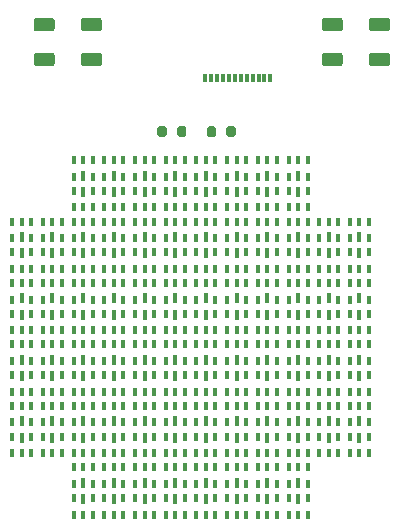
<source format=gbr>
G04 #@! TF.GenerationSoftware,KiCad,Pcbnew,(5.1.9-0-10_14)*
G04 #@! TF.CreationDate,2022-03-05T13:35:39-08:00*
G04 #@! TF.ProjectId,LED_array,4c45445f-6172-4726-9179-2e6b69636164,rev?*
G04 #@! TF.SameCoordinates,Original*
G04 #@! TF.FileFunction,Paste,Top*
G04 #@! TF.FilePolarity,Positive*
%FSLAX46Y46*%
G04 Gerber Fmt 4.6, Leading zero omitted, Abs format (unit mm)*
G04 Created by KiCad (PCBNEW (5.1.9-0-10_14)) date 2022-03-05 13:35:39*
%MOMM*%
%LPD*%
G01*
G04 APERTURE LIST*
%ADD10R,0.350000X0.700000*%
%ADD11R,0.450000X0.850000*%
%ADD12R,0.450000X0.650000*%
G04 APERTURE END LIST*
D10*
X66750000Y-28070000D03*
X66250000Y-28070000D03*
X65750000Y-28070000D03*
X65250000Y-28070000D03*
X64750000Y-28070000D03*
X64250000Y-28070000D03*
X63750000Y-28070000D03*
X63250000Y-28070000D03*
X62750000Y-28070000D03*
X62250000Y-28070000D03*
X61750000Y-28070000D03*
X61250000Y-28070000D03*
D11*
X69100000Y-63700000D03*
D12*
X68300000Y-63600000D03*
X69900000Y-63600000D03*
X69100000Y-65000000D03*
X68300000Y-65000000D03*
X69900000Y-65000000D03*
D11*
X50900000Y-36300000D03*
D12*
X51700000Y-36400000D03*
X50100000Y-36400000D03*
X50900000Y-35000000D03*
X51700000Y-35000000D03*
X50100000Y-35000000D03*
D11*
X53500000Y-36300000D03*
D12*
X54300000Y-36400000D03*
X52700000Y-36400000D03*
X53500000Y-35000000D03*
X54300000Y-35000000D03*
X52700000Y-35000000D03*
D11*
X56100000Y-36300000D03*
D12*
X56900000Y-36400000D03*
X55300000Y-36400000D03*
X56100000Y-35000000D03*
X56900000Y-35000000D03*
X55300000Y-35000000D03*
D11*
X58700000Y-36300000D03*
D12*
X59500000Y-36400000D03*
X57900000Y-36400000D03*
X58700000Y-35000000D03*
X59500000Y-35000000D03*
X57900000Y-35000000D03*
D11*
X61300000Y-36300000D03*
D12*
X62100000Y-36400000D03*
X60500000Y-36400000D03*
X61300000Y-35000000D03*
X62100000Y-35000000D03*
X60500000Y-35000000D03*
D11*
X63900000Y-36300000D03*
D12*
X64700000Y-36400000D03*
X63100000Y-36400000D03*
X63900000Y-35000000D03*
X64700000Y-35000000D03*
X63100000Y-35000000D03*
D11*
X66500000Y-36300000D03*
D12*
X67300000Y-36400000D03*
X65700000Y-36400000D03*
X66500000Y-35000000D03*
X67300000Y-35000000D03*
X65700000Y-35000000D03*
D11*
X69100000Y-36300000D03*
D12*
X69900000Y-36400000D03*
X68300000Y-36400000D03*
X69100000Y-35000000D03*
X69900000Y-35000000D03*
X68300000Y-35000000D03*
D11*
X69100000Y-37700000D03*
D12*
X68300000Y-37600000D03*
X69900000Y-37600000D03*
X69100000Y-39000000D03*
X68300000Y-39000000D03*
X69900000Y-39000000D03*
D11*
X66500000Y-37700000D03*
D12*
X65700000Y-37600000D03*
X67300000Y-37600000D03*
X66500000Y-39000000D03*
X65700000Y-39000000D03*
X67300000Y-39000000D03*
D11*
X63900000Y-37700000D03*
D12*
X63100000Y-37600000D03*
X64700000Y-37600000D03*
X63900000Y-39000000D03*
X63100000Y-39000000D03*
X64700000Y-39000000D03*
D11*
X61300000Y-37700000D03*
D12*
X60500000Y-37600000D03*
X62100000Y-37600000D03*
X61300000Y-39000000D03*
X60500000Y-39000000D03*
X62100000Y-39000000D03*
D11*
X58700000Y-37700000D03*
D12*
X57900000Y-37600000D03*
X59500000Y-37600000D03*
X58700000Y-39000000D03*
X57900000Y-39000000D03*
X59500000Y-39000000D03*
D11*
X56100000Y-37700000D03*
D12*
X55300000Y-37600000D03*
X56900000Y-37600000D03*
X56100000Y-39000000D03*
X55300000Y-39000000D03*
X56900000Y-39000000D03*
D11*
X53500000Y-37700000D03*
D12*
X52700000Y-37600000D03*
X54300000Y-37600000D03*
X53500000Y-39000000D03*
X52700000Y-39000000D03*
X54300000Y-39000000D03*
D11*
X50900000Y-37700000D03*
D12*
X50100000Y-37600000D03*
X51700000Y-37600000D03*
X50900000Y-39000000D03*
X50100000Y-39000000D03*
X51700000Y-39000000D03*
D11*
X45700000Y-41500000D03*
D12*
X46500000Y-41600000D03*
X44900000Y-41600000D03*
X45700000Y-40200000D03*
X46500000Y-40200000D03*
X44900000Y-40200000D03*
D11*
X48300000Y-41500000D03*
D12*
X49100000Y-41600000D03*
X47500000Y-41600000D03*
X48300000Y-40200000D03*
X49100000Y-40200000D03*
X47500000Y-40200000D03*
D11*
X50900000Y-41500000D03*
D12*
X51700000Y-41600000D03*
X50100000Y-41600000D03*
X50900000Y-40200000D03*
X51700000Y-40200000D03*
X50100000Y-40200000D03*
D11*
X53500000Y-41500000D03*
D12*
X54300000Y-41600000D03*
X52700000Y-41600000D03*
X53500000Y-40200000D03*
X54300000Y-40200000D03*
X52700000Y-40200000D03*
D11*
X56100000Y-41500000D03*
D12*
X56900000Y-41600000D03*
X55300000Y-41600000D03*
X56100000Y-40200000D03*
X56900000Y-40200000D03*
X55300000Y-40200000D03*
D11*
X58700000Y-41500000D03*
D12*
X59500000Y-41600000D03*
X57900000Y-41600000D03*
X58700000Y-40200000D03*
X59500000Y-40200000D03*
X57900000Y-40200000D03*
D11*
X61300000Y-41500000D03*
D12*
X62100000Y-41600000D03*
X60500000Y-41600000D03*
X61300000Y-40200000D03*
X62100000Y-40200000D03*
X60500000Y-40200000D03*
D11*
X63900000Y-41500000D03*
D12*
X64700000Y-41600000D03*
X63100000Y-41600000D03*
X63900000Y-40200000D03*
X64700000Y-40200000D03*
X63100000Y-40200000D03*
D11*
X66500000Y-41500000D03*
D12*
X67300000Y-41600000D03*
X65700000Y-41600000D03*
X66500000Y-40200000D03*
X67300000Y-40200000D03*
X65700000Y-40200000D03*
D11*
X69100000Y-41500000D03*
D12*
X69900000Y-41600000D03*
X68300000Y-41600000D03*
X69100000Y-40200000D03*
X69900000Y-40200000D03*
X68300000Y-40200000D03*
D11*
X71700000Y-41500000D03*
D12*
X72500000Y-41600000D03*
X70900000Y-41600000D03*
X71700000Y-40200000D03*
X72500000Y-40200000D03*
X70900000Y-40200000D03*
D11*
X74300000Y-41500000D03*
D12*
X75100000Y-41600000D03*
X73500000Y-41600000D03*
X74300000Y-40200000D03*
X75100000Y-40200000D03*
X73500000Y-40200000D03*
D11*
X74300000Y-42900000D03*
D12*
X73500000Y-42800000D03*
X75100000Y-42800000D03*
X74300000Y-44200000D03*
X73500000Y-44200000D03*
X75100000Y-44200000D03*
D11*
X71700000Y-42900000D03*
D12*
X70900000Y-42800000D03*
X72500000Y-42800000D03*
X71700000Y-44200000D03*
X70900000Y-44200000D03*
X72500000Y-44200000D03*
D11*
X69100000Y-42900000D03*
D12*
X68300000Y-42800000D03*
X69900000Y-42800000D03*
X69100000Y-44200000D03*
X68300000Y-44200000D03*
X69900000Y-44200000D03*
D11*
X66500000Y-42900000D03*
D12*
X65700000Y-42800000D03*
X67300000Y-42800000D03*
X66500000Y-44200000D03*
X65700000Y-44200000D03*
X67300000Y-44200000D03*
D11*
X63900000Y-42900000D03*
D12*
X63100000Y-42800000D03*
X64700000Y-42800000D03*
X63900000Y-44200000D03*
X63100000Y-44200000D03*
X64700000Y-44200000D03*
D11*
X61300000Y-42900000D03*
D12*
X60500000Y-42800000D03*
X62100000Y-42800000D03*
X61300000Y-44200000D03*
X60500000Y-44200000D03*
X62100000Y-44200000D03*
D11*
X58700000Y-42900000D03*
D12*
X57900000Y-42800000D03*
X59500000Y-42800000D03*
X58700000Y-44200000D03*
X57900000Y-44200000D03*
X59500000Y-44200000D03*
D11*
X56100000Y-42900000D03*
D12*
X55300000Y-42800000D03*
X56900000Y-42800000D03*
X56100000Y-44200000D03*
X55300000Y-44200000D03*
X56900000Y-44200000D03*
D11*
X53500000Y-42900000D03*
D12*
X52700000Y-42800000D03*
X54300000Y-42800000D03*
X53500000Y-44200000D03*
X52700000Y-44200000D03*
X54300000Y-44200000D03*
D11*
X50900000Y-42900000D03*
D12*
X50100000Y-42800000D03*
X51700000Y-42800000D03*
X50900000Y-44200000D03*
X50100000Y-44200000D03*
X51700000Y-44200000D03*
D11*
X48300000Y-42900000D03*
D12*
X47500000Y-42800000D03*
X49100000Y-42800000D03*
X48300000Y-44200000D03*
X47500000Y-44200000D03*
X49100000Y-44200000D03*
D11*
X45700000Y-42900000D03*
D12*
X44900000Y-42800000D03*
X46500000Y-42800000D03*
X45700000Y-44200000D03*
X44900000Y-44200000D03*
X46500000Y-44200000D03*
D11*
X45700000Y-46700000D03*
D12*
X46500000Y-46800000D03*
X44900000Y-46800000D03*
X45700000Y-45400000D03*
X46500000Y-45400000D03*
X44900000Y-45400000D03*
D11*
X48300000Y-46700000D03*
D12*
X49100000Y-46800000D03*
X47500000Y-46800000D03*
X48300000Y-45400000D03*
X49100000Y-45400000D03*
X47500000Y-45400000D03*
D11*
X50900000Y-46700000D03*
D12*
X51700000Y-46800000D03*
X50100000Y-46800000D03*
X50900000Y-45400000D03*
X51700000Y-45400000D03*
X50100000Y-45400000D03*
D11*
X53500000Y-46700000D03*
D12*
X54300000Y-46800000D03*
X52700000Y-46800000D03*
X53500000Y-45400000D03*
X54300000Y-45400000D03*
X52700000Y-45400000D03*
D11*
X56100000Y-46700000D03*
D12*
X56900000Y-46800000D03*
X55300000Y-46800000D03*
X56100000Y-45400000D03*
X56900000Y-45400000D03*
X55300000Y-45400000D03*
D11*
X58700000Y-46700000D03*
D12*
X59500000Y-46800000D03*
X57900000Y-46800000D03*
X58700000Y-45400000D03*
X59500000Y-45400000D03*
X57900000Y-45400000D03*
D11*
X61300000Y-46700000D03*
D12*
X62100000Y-46800000D03*
X60500000Y-46800000D03*
X61300000Y-45400000D03*
X62100000Y-45400000D03*
X60500000Y-45400000D03*
D11*
X63900000Y-46700000D03*
D12*
X64700000Y-46800000D03*
X63100000Y-46800000D03*
X63900000Y-45400000D03*
X64700000Y-45400000D03*
X63100000Y-45400000D03*
D11*
X66500000Y-46700000D03*
D12*
X67300000Y-46800000D03*
X65700000Y-46800000D03*
X66500000Y-45400000D03*
X67300000Y-45400000D03*
X65700000Y-45400000D03*
D11*
X69100000Y-46700000D03*
D12*
X69900000Y-46800000D03*
X68300000Y-46800000D03*
X69100000Y-45400000D03*
X69900000Y-45400000D03*
X68300000Y-45400000D03*
D11*
X71700000Y-46700000D03*
D12*
X72500000Y-46800000D03*
X70900000Y-46800000D03*
X71700000Y-45400000D03*
X72500000Y-45400000D03*
X70900000Y-45400000D03*
D11*
X74300000Y-46700000D03*
D12*
X75100000Y-46800000D03*
X73500000Y-46800000D03*
X74300000Y-45400000D03*
X75100000Y-45400000D03*
X73500000Y-45400000D03*
D11*
X74300000Y-48100000D03*
D12*
X73500000Y-48000000D03*
X75100000Y-48000000D03*
X74300000Y-49400000D03*
X73500000Y-49400000D03*
X75100000Y-49400000D03*
D11*
X71700000Y-48100000D03*
D12*
X70900000Y-48000000D03*
X72500000Y-48000000D03*
X71700000Y-49400000D03*
X70900000Y-49400000D03*
X72500000Y-49400000D03*
D11*
X69100000Y-48100000D03*
D12*
X68300000Y-48000000D03*
X69900000Y-48000000D03*
X69100000Y-49400000D03*
X68300000Y-49400000D03*
X69900000Y-49400000D03*
D11*
X66500000Y-48100000D03*
D12*
X65700000Y-48000000D03*
X67300000Y-48000000D03*
X66500000Y-49400000D03*
X65700000Y-49400000D03*
X67300000Y-49400000D03*
D11*
X63900000Y-48100000D03*
D12*
X63100000Y-48000000D03*
X64700000Y-48000000D03*
X63900000Y-49400000D03*
X63100000Y-49400000D03*
X64700000Y-49400000D03*
D11*
X61300000Y-48100000D03*
D12*
X60500000Y-48000000D03*
X62100000Y-48000000D03*
X61300000Y-49400000D03*
X60500000Y-49400000D03*
X62100000Y-49400000D03*
D11*
X58700000Y-48100000D03*
D12*
X57900000Y-48000000D03*
X59500000Y-48000000D03*
X58700000Y-49400000D03*
X57900000Y-49400000D03*
X59500000Y-49400000D03*
D11*
X56100000Y-48100000D03*
D12*
X55300000Y-48000000D03*
X56900000Y-48000000D03*
X56100000Y-49400000D03*
X55300000Y-49400000D03*
X56900000Y-49400000D03*
D11*
X53500000Y-48100000D03*
D12*
X52700000Y-48000000D03*
X54300000Y-48000000D03*
X53500000Y-49400000D03*
X52700000Y-49400000D03*
X54300000Y-49400000D03*
D11*
X50900000Y-48100000D03*
D12*
X50100000Y-48000000D03*
X51700000Y-48000000D03*
X50900000Y-49400000D03*
X50100000Y-49400000D03*
X51700000Y-49400000D03*
D11*
X48300000Y-48100000D03*
D12*
X47500000Y-48000000D03*
X49100000Y-48000000D03*
X48300000Y-49400000D03*
X47500000Y-49400000D03*
X49100000Y-49400000D03*
D11*
X45700000Y-48100000D03*
D12*
X44900000Y-48000000D03*
X46500000Y-48000000D03*
X45700000Y-49400000D03*
X44900000Y-49400000D03*
X46500000Y-49400000D03*
D11*
X45700000Y-51900000D03*
D12*
X46500000Y-52000000D03*
X44900000Y-52000000D03*
X45700000Y-50600000D03*
X46500000Y-50600000D03*
X44900000Y-50600000D03*
D11*
X48300000Y-51900000D03*
D12*
X49100000Y-52000000D03*
X47500000Y-52000000D03*
X48300000Y-50600000D03*
X49100000Y-50600000D03*
X47500000Y-50600000D03*
D11*
X50900000Y-51900000D03*
D12*
X51700000Y-52000000D03*
X50100000Y-52000000D03*
X50900000Y-50600000D03*
X51700000Y-50600000D03*
X50100000Y-50600000D03*
D11*
X53500000Y-51900000D03*
D12*
X54300000Y-52000000D03*
X52700000Y-52000000D03*
X53500000Y-50600000D03*
X54300000Y-50600000D03*
X52700000Y-50600000D03*
D11*
X56100000Y-51900000D03*
D12*
X56900000Y-52000000D03*
X55300000Y-52000000D03*
X56100000Y-50600000D03*
X56900000Y-50600000D03*
X55300000Y-50600000D03*
D11*
X58700000Y-51900000D03*
D12*
X59500000Y-52000000D03*
X57900000Y-52000000D03*
X58700000Y-50600000D03*
X59500000Y-50600000D03*
X57900000Y-50600000D03*
D11*
X61300000Y-51900000D03*
D12*
X62100000Y-52000000D03*
X60500000Y-52000000D03*
X61300000Y-50600000D03*
X62100000Y-50600000D03*
X60500000Y-50600000D03*
D11*
X63900000Y-51900000D03*
D12*
X64700000Y-52000000D03*
X63100000Y-52000000D03*
X63900000Y-50600000D03*
X64700000Y-50600000D03*
X63100000Y-50600000D03*
D11*
X66500000Y-51900000D03*
D12*
X67300000Y-52000000D03*
X65700000Y-52000000D03*
X66500000Y-50600000D03*
X67300000Y-50600000D03*
X65700000Y-50600000D03*
D11*
X69100000Y-51900000D03*
D12*
X69900000Y-52000000D03*
X68300000Y-52000000D03*
X69100000Y-50600000D03*
X69900000Y-50600000D03*
X68300000Y-50600000D03*
D11*
X71700000Y-51900000D03*
D12*
X72500000Y-52000000D03*
X70900000Y-52000000D03*
X71700000Y-50600000D03*
X72500000Y-50600000D03*
X70900000Y-50600000D03*
D11*
X74300000Y-51900000D03*
D12*
X75100000Y-52000000D03*
X73500000Y-52000000D03*
X74300000Y-50600000D03*
X75100000Y-50600000D03*
X73500000Y-50600000D03*
D11*
X74300000Y-53300000D03*
D12*
X73500000Y-53200000D03*
X75100000Y-53200000D03*
X74300000Y-54600000D03*
X73500000Y-54600000D03*
X75100000Y-54600000D03*
D11*
X71700000Y-53300000D03*
D12*
X70900000Y-53200000D03*
X72500000Y-53200000D03*
X71700000Y-54600000D03*
X70900000Y-54600000D03*
X72500000Y-54600000D03*
D11*
X69100000Y-53300000D03*
D12*
X68300000Y-53200000D03*
X69900000Y-53200000D03*
X69100000Y-54600000D03*
X68300000Y-54600000D03*
X69900000Y-54600000D03*
D11*
X66500000Y-53300000D03*
D12*
X65700000Y-53200000D03*
X67300000Y-53200000D03*
X66500000Y-54600000D03*
X65700000Y-54600000D03*
X67300000Y-54600000D03*
D11*
X63900000Y-53300000D03*
D12*
X63100000Y-53200000D03*
X64700000Y-53200000D03*
X63900000Y-54600000D03*
X63100000Y-54600000D03*
X64700000Y-54600000D03*
D11*
X61300000Y-53300000D03*
D12*
X60500000Y-53200000D03*
X62100000Y-53200000D03*
X61300000Y-54600000D03*
X60500000Y-54600000D03*
X62100000Y-54600000D03*
D11*
X58700000Y-53300000D03*
D12*
X57900000Y-53200000D03*
X59500000Y-53200000D03*
X58700000Y-54600000D03*
X57900000Y-54600000D03*
X59500000Y-54600000D03*
D11*
X56100000Y-53300000D03*
D12*
X55300000Y-53200000D03*
X56900000Y-53200000D03*
X56100000Y-54600000D03*
X55300000Y-54600000D03*
X56900000Y-54600000D03*
D11*
X53500000Y-53300000D03*
D12*
X52700000Y-53200000D03*
X54300000Y-53200000D03*
X53500000Y-54600000D03*
X52700000Y-54600000D03*
X54300000Y-54600000D03*
D11*
X50900000Y-53300000D03*
D12*
X50100000Y-53200000D03*
X51700000Y-53200000D03*
X50900000Y-54600000D03*
X50100000Y-54600000D03*
X51700000Y-54600000D03*
D11*
X48300000Y-53300000D03*
D12*
X47500000Y-53200000D03*
X49100000Y-53200000D03*
X48300000Y-54600000D03*
X47500000Y-54600000D03*
X49100000Y-54600000D03*
D11*
X45700000Y-53300000D03*
D12*
X44900000Y-53200000D03*
X46500000Y-53200000D03*
X45700000Y-54600000D03*
X44900000Y-54600000D03*
X46500000Y-54600000D03*
D11*
X45700000Y-57100000D03*
D12*
X46500000Y-57200000D03*
X44900000Y-57200000D03*
X45700000Y-55800000D03*
X46500000Y-55800000D03*
X44900000Y-55800000D03*
D11*
X48300000Y-57100000D03*
D12*
X49100000Y-57200000D03*
X47500000Y-57200000D03*
X48300000Y-55800000D03*
X49100000Y-55800000D03*
X47500000Y-55800000D03*
D11*
X50900000Y-57100000D03*
D12*
X51700000Y-57200000D03*
X50100000Y-57200000D03*
X50900000Y-55800000D03*
X51700000Y-55800000D03*
X50100000Y-55800000D03*
D11*
X53500000Y-57100000D03*
D12*
X54300000Y-57200000D03*
X52700000Y-57200000D03*
X53500000Y-55800000D03*
X54300000Y-55800000D03*
X52700000Y-55800000D03*
D11*
X56100000Y-57100000D03*
D12*
X56900000Y-57200000D03*
X55300000Y-57200000D03*
X56100000Y-55800000D03*
X56900000Y-55800000D03*
X55300000Y-55800000D03*
D11*
X58700000Y-57100000D03*
D12*
X59500000Y-57200000D03*
X57900000Y-57200000D03*
X58700000Y-55800000D03*
X59500000Y-55800000D03*
X57900000Y-55800000D03*
D11*
X61300000Y-57100000D03*
D12*
X62100000Y-57200000D03*
X60500000Y-57200000D03*
X61300000Y-55800000D03*
X62100000Y-55800000D03*
X60500000Y-55800000D03*
D11*
X63900000Y-57100000D03*
D12*
X64700000Y-57200000D03*
X63100000Y-57200000D03*
X63900000Y-55800000D03*
X64700000Y-55800000D03*
X63100000Y-55800000D03*
D11*
X66500000Y-57100000D03*
D12*
X67300000Y-57200000D03*
X65700000Y-57200000D03*
X66500000Y-55800000D03*
X67300000Y-55800000D03*
X65700000Y-55800000D03*
D11*
X69100000Y-57100000D03*
D12*
X69900000Y-57200000D03*
X68300000Y-57200000D03*
X69100000Y-55800000D03*
X69900000Y-55800000D03*
X68300000Y-55800000D03*
D11*
X71700000Y-57100000D03*
D12*
X72500000Y-57200000D03*
X70900000Y-57200000D03*
X71700000Y-55800000D03*
X72500000Y-55800000D03*
X70900000Y-55800000D03*
D11*
X74300000Y-57100000D03*
D12*
X75100000Y-57200000D03*
X73500000Y-57200000D03*
X74300000Y-55800000D03*
X75100000Y-55800000D03*
X73500000Y-55800000D03*
D11*
X74300000Y-58500000D03*
D12*
X73500000Y-58400000D03*
X75100000Y-58400000D03*
X74300000Y-59800000D03*
X73500000Y-59800000D03*
X75100000Y-59800000D03*
D11*
X71700000Y-58500000D03*
D12*
X70900000Y-58400000D03*
X72500000Y-58400000D03*
X71700000Y-59800000D03*
X70900000Y-59800000D03*
X72500000Y-59800000D03*
D11*
X69100000Y-58500000D03*
D12*
X68300000Y-58400000D03*
X69900000Y-58400000D03*
X69100000Y-59800000D03*
X68300000Y-59800000D03*
X69900000Y-59800000D03*
D11*
X66500000Y-58500000D03*
D12*
X65700000Y-58400000D03*
X67300000Y-58400000D03*
X66500000Y-59800000D03*
X65700000Y-59800000D03*
X67300000Y-59800000D03*
D11*
X63900000Y-58500000D03*
D12*
X63100000Y-58400000D03*
X64700000Y-58400000D03*
X63900000Y-59800000D03*
X63100000Y-59800000D03*
X64700000Y-59800000D03*
D11*
X61300000Y-58500000D03*
D12*
X60500000Y-58400000D03*
X62100000Y-58400000D03*
X61300000Y-59800000D03*
X60500000Y-59800000D03*
X62100000Y-59800000D03*
D11*
X58700000Y-58500000D03*
D12*
X57900000Y-58400000D03*
X59500000Y-58400000D03*
X58700000Y-59800000D03*
X57900000Y-59800000D03*
X59500000Y-59800000D03*
D11*
X56100000Y-58500000D03*
D12*
X55300000Y-58400000D03*
X56900000Y-58400000D03*
X56100000Y-59800000D03*
X55300000Y-59800000D03*
X56900000Y-59800000D03*
D11*
X53500000Y-58500000D03*
D12*
X52700000Y-58400000D03*
X54300000Y-58400000D03*
X53500000Y-59800000D03*
X52700000Y-59800000D03*
X54300000Y-59800000D03*
D11*
X50900000Y-58500000D03*
D12*
X50100000Y-58400000D03*
X51700000Y-58400000D03*
X50900000Y-59800000D03*
X50100000Y-59800000D03*
X51700000Y-59800000D03*
D11*
X48300000Y-58500000D03*
D12*
X47500000Y-58400000D03*
X49100000Y-58400000D03*
X48300000Y-59800000D03*
X47500000Y-59800000D03*
X49100000Y-59800000D03*
D11*
X45700000Y-58500000D03*
D12*
X44900000Y-58400000D03*
X46500000Y-58400000D03*
X45700000Y-59800000D03*
X44900000Y-59800000D03*
X46500000Y-59800000D03*
D11*
X50900000Y-62300000D03*
D12*
X51700000Y-62400000D03*
X50100000Y-62400000D03*
X50900000Y-61000000D03*
X51700000Y-61000000D03*
X50100000Y-61000000D03*
D11*
X53500000Y-62300000D03*
D12*
X54300000Y-62400000D03*
X52700000Y-62400000D03*
X53500000Y-61000000D03*
X54300000Y-61000000D03*
X52700000Y-61000000D03*
D11*
X56100000Y-62300000D03*
D12*
X56900000Y-62400000D03*
X55300000Y-62400000D03*
X56100000Y-61000000D03*
X56900000Y-61000000D03*
X55300000Y-61000000D03*
D11*
X58700000Y-62300000D03*
D12*
X59500000Y-62400000D03*
X57900000Y-62400000D03*
X58700000Y-61000000D03*
X59500000Y-61000000D03*
X57900000Y-61000000D03*
D11*
X61300000Y-62300000D03*
D12*
X62100000Y-62400000D03*
X60500000Y-62400000D03*
X61300000Y-61000000D03*
X62100000Y-61000000D03*
X60500000Y-61000000D03*
D11*
X63900000Y-62300000D03*
D12*
X64700000Y-62400000D03*
X63100000Y-62400000D03*
X63900000Y-61000000D03*
X64700000Y-61000000D03*
X63100000Y-61000000D03*
D11*
X66500000Y-62300000D03*
D12*
X67300000Y-62400000D03*
X65700000Y-62400000D03*
X66500000Y-61000000D03*
X67300000Y-61000000D03*
X65700000Y-61000000D03*
D11*
X69100000Y-62300000D03*
D12*
X69900000Y-62400000D03*
X68300000Y-62400000D03*
X69100000Y-61000000D03*
X69900000Y-61000000D03*
X68300000Y-61000000D03*
D11*
X66500000Y-63700000D03*
D12*
X65700000Y-63600000D03*
X67300000Y-63600000D03*
X66500000Y-65000000D03*
X65700000Y-65000000D03*
X67300000Y-65000000D03*
D11*
X63900000Y-63700000D03*
D12*
X63100000Y-63600000D03*
X64700000Y-63600000D03*
X63900000Y-65000000D03*
X63100000Y-65000000D03*
X64700000Y-65000000D03*
D11*
X61300000Y-63700000D03*
D12*
X60500000Y-63600000D03*
X62100000Y-63600000D03*
X61300000Y-65000000D03*
X60500000Y-65000000D03*
X62100000Y-65000000D03*
D11*
X58700000Y-63700000D03*
D12*
X57900000Y-63600000D03*
X59500000Y-63600000D03*
X58700000Y-65000000D03*
X57900000Y-65000000D03*
X59500000Y-65000000D03*
D11*
X56100000Y-63700000D03*
D12*
X55300000Y-63600000D03*
X56900000Y-63600000D03*
X56100000Y-65000000D03*
X55300000Y-65000000D03*
X56900000Y-65000000D03*
D11*
X53500000Y-63700000D03*
D12*
X52700000Y-63600000D03*
X54300000Y-63600000D03*
X53500000Y-65000000D03*
X52700000Y-65000000D03*
X54300000Y-65000000D03*
X51700000Y-65000000D03*
X50100000Y-65000000D03*
X50900000Y-65000000D03*
X51700000Y-63600000D03*
X50100000Y-63600000D03*
D11*
X50900000Y-63700000D03*
G36*
G01*
X52250001Y-24100000D02*
X50949999Y-24100000D01*
G75*
G02*
X50700000Y-23850001I0J249999D01*
G01*
X50700000Y-23199999D01*
G75*
G02*
X50949999Y-22950000I249999J0D01*
G01*
X52250001Y-22950000D01*
G75*
G02*
X52500000Y-23199999I0J-249999D01*
G01*
X52500000Y-23850001D01*
G75*
G02*
X52250001Y-24100000I-249999J0D01*
G01*
G37*
G36*
G01*
X52250001Y-27050000D02*
X50949999Y-27050000D01*
G75*
G02*
X50700000Y-26800001I0J249999D01*
G01*
X50700000Y-26149999D01*
G75*
G02*
X50949999Y-25900000I249999J0D01*
G01*
X52250001Y-25900000D01*
G75*
G02*
X52500000Y-26149999I0J-249999D01*
G01*
X52500000Y-26800001D01*
G75*
G02*
X52250001Y-27050000I-249999J0D01*
G01*
G37*
G36*
G01*
X76650001Y-24100000D02*
X75349999Y-24100000D01*
G75*
G02*
X75100000Y-23850001I0J249999D01*
G01*
X75100000Y-23199999D01*
G75*
G02*
X75349999Y-22950000I249999J0D01*
G01*
X76650001Y-22950000D01*
G75*
G02*
X76900000Y-23199999I0J-249999D01*
G01*
X76900000Y-23850001D01*
G75*
G02*
X76650001Y-24100000I-249999J0D01*
G01*
G37*
G36*
G01*
X76650001Y-27050000D02*
X75349999Y-27050000D01*
G75*
G02*
X75100000Y-26800001I0J249999D01*
G01*
X75100000Y-26149999D01*
G75*
G02*
X75349999Y-25900000I249999J0D01*
G01*
X76650001Y-25900000D01*
G75*
G02*
X76900000Y-26149999I0J-249999D01*
G01*
X76900000Y-26800001D01*
G75*
G02*
X76650001Y-27050000I-249999J0D01*
G01*
G37*
G36*
G01*
X48250001Y-24100000D02*
X46949999Y-24100000D01*
G75*
G02*
X46700000Y-23850001I0J249999D01*
G01*
X46700000Y-23199999D01*
G75*
G02*
X46949999Y-22950000I249999J0D01*
G01*
X48250001Y-22950000D01*
G75*
G02*
X48500000Y-23199999I0J-249999D01*
G01*
X48500000Y-23850001D01*
G75*
G02*
X48250001Y-24100000I-249999J0D01*
G01*
G37*
G36*
G01*
X48250001Y-27050000D02*
X46949999Y-27050000D01*
G75*
G02*
X46700000Y-26800001I0J249999D01*
G01*
X46700000Y-26149999D01*
G75*
G02*
X46949999Y-25900000I249999J0D01*
G01*
X48250001Y-25900000D01*
G75*
G02*
X48500000Y-26149999I0J-249999D01*
G01*
X48500000Y-26800001D01*
G75*
G02*
X48250001Y-27050000I-249999J0D01*
G01*
G37*
G36*
G01*
X72650001Y-24100000D02*
X71349999Y-24100000D01*
G75*
G02*
X71100000Y-23850001I0J249999D01*
G01*
X71100000Y-23199999D01*
G75*
G02*
X71349999Y-22950000I249999J0D01*
G01*
X72650001Y-22950000D01*
G75*
G02*
X72900000Y-23199999I0J-249999D01*
G01*
X72900000Y-23850001D01*
G75*
G02*
X72650001Y-24100000I-249999J0D01*
G01*
G37*
G36*
G01*
X72650001Y-27050000D02*
X71349999Y-27050000D01*
G75*
G02*
X71100000Y-26800001I0J249999D01*
G01*
X71100000Y-26149999D01*
G75*
G02*
X71349999Y-25900000I249999J0D01*
G01*
X72650001Y-25900000D01*
G75*
G02*
X72900000Y-26149999I0J-249999D01*
G01*
X72900000Y-26800001D01*
G75*
G02*
X72650001Y-27050000I-249999J0D01*
G01*
G37*
G36*
G01*
X63005000Y-32865000D02*
X63005000Y-32315000D01*
G75*
G02*
X63205000Y-32115000I200000J0D01*
G01*
X63605000Y-32115000D01*
G75*
G02*
X63805000Y-32315000I0J-200000D01*
G01*
X63805000Y-32865000D01*
G75*
G02*
X63605000Y-33065000I-200000J0D01*
G01*
X63205000Y-33065000D01*
G75*
G02*
X63005000Y-32865000I0J200000D01*
G01*
G37*
G36*
G01*
X61355000Y-32865000D02*
X61355000Y-32315000D01*
G75*
G02*
X61555000Y-32115000I200000J0D01*
G01*
X61955000Y-32115000D01*
G75*
G02*
X62155000Y-32315000I0J-200000D01*
G01*
X62155000Y-32865000D01*
G75*
G02*
X61955000Y-33065000I-200000J0D01*
G01*
X61555000Y-33065000D01*
G75*
G02*
X61355000Y-32865000I0J200000D01*
G01*
G37*
G36*
G01*
X58845000Y-32845000D02*
X58845000Y-32295000D01*
G75*
G02*
X59045000Y-32095000I200000J0D01*
G01*
X59445000Y-32095000D01*
G75*
G02*
X59645000Y-32295000I0J-200000D01*
G01*
X59645000Y-32845000D01*
G75*
G02*
X59445000Y-33045000I-200000J0D01*
G01*
X59045000Y-33045000D01*
G75*
G02*
X58845000Y-32845000I0J200000D01*
G01*
G37*
G36*
G01*
X57195000Y-32845000D02*
X57195000Y-32295000D01*
G75*
G02*
X57395000Y-32095000I200000J0D01*
G01*
X57795000Y-32095000D01*
G75*
G02*
X57995000Y-32295000I0J-200000D01*
G01*
X57995000Y-32845000D01*
G75*
G02*
X57795000Y-33045000I-200000J0D01*
G01*
X57395000Y-33045000D01*
G75*
G02*
X57195000Y-32845000I0J200000D01*
G01*
G37*
M02*

</source>
